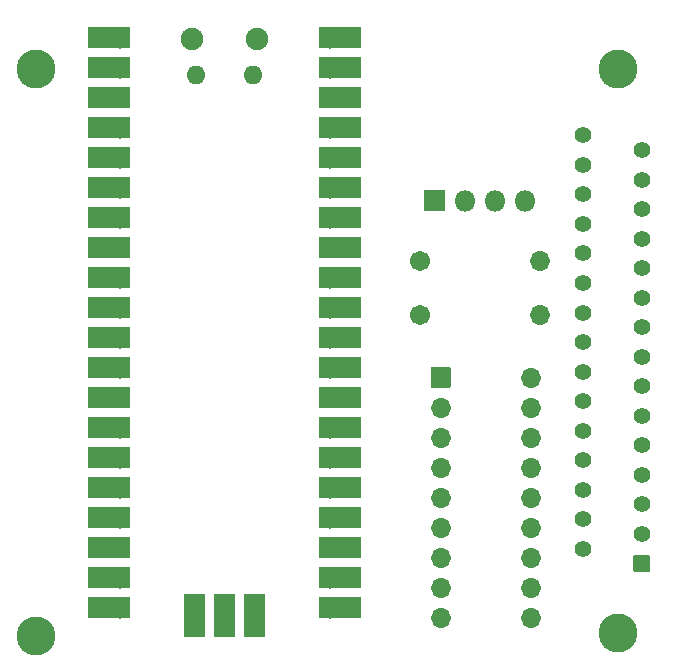
<source format=gbr>
G04 #@! TF.GenerationSoftware,KiCad,Pcbnew,(5.1.10)-1*
G04 #@! TF.CreationDate,2021-07-09T21:47:44+10:00*
G04 #@! TF.ProjectId,A600Keyboard_USB_Pico,41363030-4b65-4796-926f-6172645f5553,rev?*
G04 #@! TF.SameCoordinates,Original*
G04 #@! TF.FileFunction,Soldermask,Top*
G04 #@! TF.FilePolarity,Negative*
%FSLAX46Y46*%
G04 Gerber Fmt 4.6, Leading zero omitted, Abs format (unit mm)*
G04 Created by KiCad (PCBNEW (5.1.10)-1) date 2021-07-09 21:47:44*
%MOMM*%
%LPD*%
G01*
G04 APERTURE LIST*
%ADD10C,3.302000*%
%ADD11O,1.702000X1.702000*%
%ADD12C,1.402000*%
%ADD13O,1.802000X1.802000*%
%ADD14O,1.602000X1.602000*%
%ADD15O,1.902000X1.902000*%
%ADD16C,1.702000*%
G04 APERTURE END LIST*
D10*
X185674000Y-68580000D03*
D11*
X178308000Y-94742000D03*
X170688000Y-115062000D03*
X178308000Y-97282000D03*
X170688000Y-112522000D03*
X178308000Y-99822000D03*
X170688000Y-109982000D03*
X178308000Y-102362000D03*
X170688000Y-107442000D03*
X178308000Y-104902000D03*
X170688000Y-104902000D03*
X178308000Y-107442000D03*
X170688000Y-102362000D03*
X178308000Y-109982000D03*
X170688000Y-99822000D03*
X178308000Y-112522000D03*
X170688000Y-97282000D03*
X178308000Y-115062000D03*
G36*
G01*
X169837000Y-95542000D02*
X169837000Y-93942000D01*
G75*
G02*
X169888000Y-93891000I51000J0D01*
G01*
X171488000Y-93891000D01*
G75*
G02*
X171539000Y-93942000I0J-51000D01*
G01*
X171539000Y-95542000D01*
G75*
G02*
X171488000Y-95593000I-51000J0D01*
G01*
X169888000Y-95593000D01*
G75*
G02*
X169837000Y-95542000I0J51000D01*
G01*
G37*
D12*
X182706000Y-86739999D03*
X187706000Y-87989999D03*
X182706000Y-89239999D03*
X187706000Y-90489999D03*
X182706000Y-91739999D03*
X187706000Y-92989999D03*
X182706000Y-94239999D03*
X187706000Y-95490000D03*
X182706000Y-96740000D03*
X187706000Y-97990000D03*
X182706000Y-99240000D03*
X187706000Y-100490000D03*
X182706000Y-101740000D03*
X187706000Y-102990000D03*
X182706000Y-104240000D03*
X187706000Y-105490000D03*
X182706000Y-106740000D03*
X187706000Y-107990000D03*
X182706000Y-109240000D03*
G36*
G01*
X188356000Y-111191000D02*
X187056000Y-111191000D01*
G75*
G02*
X187005000Y-111140000I0J51000D01*
G01*
X187005000Y-109840000D01*
G75*
G02*
X187056000Y-109789000I51000J0D01*
G01*
X188356000Y-109789000D01*
G75*
G02*
X188407000Y-109840000I0J-51000D01*
G01*
X188407000Y-111140000D01*
G75*
G02*
X188356000Y-111191000I-51000J0D01*
G01*
G37*
X187706000Y-85489999D03*
X182706000Y-84239999D03*
X187706000Y-82989999D03*
X182706000Y-81739999D03*
X187706000Y-80489999D03*
X182706000Y-79239999D03*
X187706000Y-77989999D03*
X182706000Y-76739999D03*
X187706000Y-75489999D03*
X182706000Y-74239999D03*
D10*
X185674000Y-116332000D03*
D13*
X154940000Y-114011000D03*
G36*
G01*
X155790000Y-116712000D02*
X154090000Y-116712000D01*
G75*
G02*
X154039000Y-116661000I0J51000D01*
G01*
X154039000Y-113161000D01*
G75*
G02*
X154090000Y-113110000I51000J0D01*
G01*
X155790000Y-113110000D01*
G75*
G02*
X155841000Y-113161000I0J-51000D01*
G01*
X155841000Y-116661000D01*
G75*
G02*
X155790000Y-116712000I-51000J0D01*
G01*
G37*
G36*
G01*
X151499000Y-114861000D02*
X151499000Y-113161000D01*
G75*
G02*
X151550000Y-113110000I51000J0D01*
G01*
X153250000Y-113110000D01*
G75*
G02*
X153301000Y-113161000I0J-51000D01*
G01*
X153301000Y-114861000D01*
G75*
G02*
X153250000Y-114912000I-51000J0D01*
G01*
X151550000Y-114912000D01*
G75*
G02*
X151499000Y-114861000I0J51000D01*
G01*
G37*
G36*
G01*
X153250000Y-116712000D02*
X151550000Y-116712000D01*
G75*
G02*
X151499000Y-116661000I0J51000D01*
G01*
X151499000Y-113161000D01*
G75*
G02*
X151550000Y-113110000I51000J0D01*
G01*
X153250000Y-113110000D01*
G75*
G02*
X153301000Y-113161000I0J-51000D01*
G01*
X153301000Y-116661000D01*
G75*
G02*
X153250000Y-116712000I-51000J0D01*
G01*
G37*
X149860000Y-114011000D03*
G36*
G01*
X150710000Y-116712000D02*
X149010000Y-116712000D01*
G75*
G02*
X148959000Y-116661000I0J51000D01*
G01*
X148959000Y-113161000D01*
G75*
G02*
X149010000Y-113110000I51000J0D01*
G01*
X150710000Y-113110000D01*
G75*
G02*
X150761000Y-113161000I0J-51000D01*
G01*
X150761000Y-116661000D01*
G75*
G02*
X150710000Y-116712000I-51000J0D01*
G01*
G37*
D14*
X154825000Y-69141000D03*
X149975000Y-69141000D03*
D15*
X155125000Y-66111000D03*
X149675000Y-66111000D03*
G36*
G01*
X160389000Y-115091000D02*
X160389000Y-113391000D01*
G75*
G02*
X160440000Y-113340000I51000J0D01*
G01*
X163940000Y-113340000D01*
G75*
G02*
X163991000Y-113391000I0J-51000D01*
G01*
X163991000Y-115091000D01*
G75*
G02*
X163940000Y-115142000I-51000J0D01*
G01*
X160440000Y-115142000D01*
G75*
G02*
X160389000Y-115091000I0J51000D01*
G01*
G37*
G36*
G01*
X160389000Y-112551000D02*
X160389000Y-110851000D01*
G75*
G02*
X160440000Y-110800000I51000J0D01*
G01*
X163940000Y-110800000D01*
G75*
G02*
X163991000Y-110851000I0J-51000D01*
G01*
X163991000Y-112551000D01*
G75*
G02*
X163940000Y-112602000I-51000J0D01*
G01*
X160440000Y-112602000D01*
G75*
G02*
X160389000Y-112551000I0J51000D01*
G01*
G37*
G36*
G01*
X160389000Y-110011000D02*
X160389000Y-108311000D01*
G75*
G02*
X160440000Y-108260000I51000J0D01*
G01*
X163940000Y-108260000D01*
G75*
G02*
X163991000Y-108311000I0J-51000D01*
G01*
X163991000Y-110011000D01*
G75*
G02*
X163940000Y-110062000I-51000J0D01*
G01*
X160440000Y-110062000D01*
G75*
G02*
X160389000Y-110011000I0J51000D01*
G01*
G37*
G36*
G01*
X160389000Y-107471000D02*
X160389000Y-105771000D01*
G75*
G02*
X160440000Y-105720000I51000J0D01*
G01*
X163940000Y-105720000D01*
G75*
G02*
X163991000Y-105771000I0J-51000D01*
G01*
X163991000Y-107471000D01*
G75*
G02*
X163940000Y-107522000I-51000J0D01*
G01*
X160440000Y-107522000D01*
G75*
G02*
X160389000Y-107471000I0J51000D01*
G01*
G37*
G36*
G01*
X160389000Y-104931000D02*
X160389000Y-103231000D01*
G75*
G02*
X160440000Y-103180000I51000J0D01*
G01*
X163940000Y-103180000D01*
G75*
G02*
X163991000Y-103231000I0J-51000D01*
G01*
X163991000Y-104931000D01*
G75*
G02*
X163940000Y-104982000I-51000J0D01*
G01*
X160440000Y-104982000D01*
G75*
G02*
X160389000Y-104931000I0J51000D01*
G01*
G37*
G36*
G01*
X160389000Y-102391000D02*
X160389000Y-100691000D01*
G75*
G02*
X160440000Y-100640000I51000J0D01*
G01*
X163940000Y-100640000D01*
G75*
G02*
X163991000Y-100691000I0J-51000D01*
G01*
X163991000Y-102391000D01*
G75*
G02*
X163940000Y-102442000I-51000J0D01*
G01*
X160440000Y-102442000D01*
G75*
G02*
X160389000Y-102391000I0J51000D01*
G01*
G37*
G36*
G01*
X160389000Y-99851000D02*
X160389000Y-98151000D01*
G75*
G02*
X160440000Y-98100000I51000J0D01*
G01*
X163940000Y-98100000D01*
G75*
G02*
X163991000Y-98151000I0J-51000D01*
G01*
X163991000Y-99851000D01*
G75*
G02*
X163940000Y-99902000I-51000J0D01*
G01*
X160440000Y-99902000D01*
G75*
G02*
X160389000Y-99851000I0J51000D01*
G01*
G37*
G36*
G01*
X160389000Y-97311000D02*
X160389000Y-95611000D01*
G75*
G02*
X160440000Y-95560000I51000J0D01*
G01*
X163940000Y-95560000D01*
G75*
G02*
X163991000Y-95611000I0J-51000D01*
G01*
X163991000Y-97311000D01*
G75*
G02*
X163940000Y-97362000I-51000J0D01*
G01*
X160440000Y-97362000D01*
G75*
G02*
X160389000Y-97311000I0J51000D01*
G01*
G37*
G36*
G01*
X160389000Y-94771000D02*
X160389000Y-93071000D01*
G75*
G02*
X160440000Y-93020000I51000J0D01*
G01*
X163940000Y-93020000D01*
G75*
G02*
X163991000Y-93071000I0J-51000D01*
G01*
X163991000Y-94771000D01*
G75*
G02*
X163940000Y-94822000I-51000J0D01*
G01*
X160440000Y-94822000D01*
G75*
G02*
X160389000Y-94771000I0J51000D01*
G01*
G37*
G36*
G01*
X160389000Y-92231000D02*
X160389000Y-90531000D01*
G75*
G02*
X160440000Y-90480000I51000J0D01*
G01*
X163940000Y-90480000D01*
G75*
G02*
X163991000Y-90531000I0J-51000D01*
G01*
X163991000Y-92231000D01*
G75*
G02*
X163940000Y-92282000I-51000J0D01*
G01*
X160440000Y-92282000D01*
G75*
G02*
X160389000Y-92231000I0J51000D01*
G01*
G37*
G36*
G01*
X160389000Y-89691000D02*
X160389000Y-87991000D01*
G75*
G02*
X160440000Y-87940000I51000J0D01*
G01*
X163940000Y-87940000D01*
G75*
G02*
X163991000Y-87991000I0J-51000D01*
G01*
X163991000Y-89691000D01*
G75*
G02*
X163940000Y-89742000I-51000J0D01*
G01*
X160440000Y-89742000D01*
G75*
G02*
X160389000Y-89691000I0J51000D01*
G01*
G37*
G36*
G01*
X160389000Y-87151000D02*
X160389000Y-85451000D01*
G75*
G02*
X160440000Y-85400000I51000J0D01*
G01*
X163940000Y-85400000D01*
G75*
G02*
X163991000Y-85451000I0J-51000D01*
G01*
X163991000Y-87151000D01*
G75*
G02*
X163940000Y-87202000I-51000J0D01*
G01*
X160440000Y-87202000D01*
G75*
G02*
X160389000Y-87151000I0J51000D01*
G01*
G37*
G36*
G01*
X160389000Y-84611000D02*
X160389000Y-82911000D01*
G75*
G02*
X160440000Y-82860000I51000J0D01*
G01*
X163940000Y-82860000D01*
G75*
G02*
X163991000Y-82911000I0J-51000D01*
G01*
X163991000Y-84611000D01*
G75*
G02*
X163940000Y-84662000I-51000J0D01*
G01*
X160440000Y-84662000D01*
G75*
G02*
X160389000Y-84611000I0J51000D01*
G01*
G37*
G36*
G01*
X160389000Y-82071000D02*
X160389000Y-80371000D01*
G75*
G02*
X160440000Y-80320000I51000J0D01*
G01*
X163940000Y-80320000D01*
G75*
G02*
X163991000Y-80371000I0J-51000D01*
G01*
X163991000Y-82071000D01*
G75*
G02*
X163940000Y-82122000I-51000J0D01*
G01*
X160440000Y-82122000D01*
G75*
G02*
X160389000Y-82071000I0J51000D01*
G01*
G37*
G36*
G01*
X160389000Y-79531000D02*
X160389000Y-77831000D01*
G75*
G02*
X160440000Y-77780000I51000J0D01*
G01*
X163940000Y-77780000D01*
G75*
G02*
X163991000Y-77831000I0J-51000D01*
G01*
X163991000Y-79531000D01*
G75*
G02*
X163940000Y-79582000I-51000J0D01*
G01*
X160440000Y-79582000D01*
G75*
G02*
X160389000Y-79531000I0J51000D01*
G01*
G37*
G36*
G01*
X160389000Y-76991000D02*
X160389000Y-75291000D01*
G75*
G02*
X160440000Y-75240000I51000J0D01*
G01*
X163940000Y-75240000D01*
G75*
G02*
X163991000Y-75291000I0J-51000D01*
G01*
X163991000Y-76991000D01*
G75*
G02*
X163940000Y-77042000I-51000J0D01*
G01*
X160440000Y-77042000D01*
G75*
G02*
X160389000Y-76991000I0J51000D01*
G01*
G37*
G36*
G01*
X160389000Y-74451000D02*
X160389000Y-72751000D01*
G75*
G02*
X160440000Y-72700000I51000J0D01*
G01*
X163940000Y-72700000D01*
G75*
G02*
X163991000Y-72751000I0J-51000D01*
G01*
X163991000Y-74451000D01*
G75*
G02*
X163940000Y-74502000I-51000J0D01*
G01*
X160440000Y-74502000D01*
G75*
G02*
X160389000Y-74451000I0J51000D01*
G01*
G37*
G36*
G01*
X160389000Y-71911000D02*
X160389000Y-70211000D01*
G75*
G02*
X160440000Y-70160000I51000J0D01*
G01*
X163940000Y-70160000D01*
G75*
G02*
X163991000Y-70211000I0J-51000D01*
G01*
X163991000Y-71911000D01*
G75*
G02*
X163940000Y-71962000I-51000J0D01*
G01*
X160440000Y-71962000D01*
G75*
G02*
X160389000Y-71911000I0J51000D01*
G01*
G37*
G36*
G01*
X160389000Y-69371000D02*
X160389000Y-67671000D01*
G75*
G02*
X160440000Y-67620000I51000J0D01*
G01*
X163940000Y-67620000D01*
G75*
G02*
X163991000Y-67671000I0J-51000D01*
G01*
X163991000Y-69371000D01*
G75*
G02*
X163940000Y-69422000I-51000J0D01*
G01*
X160440000Y-69422000D01*
G75*
G02*
X160389000Y-69371000I0J51000D01*
G01*
G37*
G36*
G01*
X160389000Y-66831000D02*
X160389000Y-65131000D01*
G75*
G02*
X160440000Y-65080000I51000J0D01*
G01*
X163940000Y-65080000D01*
G75*
G02*
X163991000Y-65131000I0J-51000D01*
G01*
X163991000Y-66831000D01*
G75*
G02*
X163940000Y-66882000I-51000J0D01*
G01*
X160440000Y-66882000D01*
G75*
G02*
X160389000Y-66831000I0J51000D01*
G01*
G37*
G36*
G01*
X140809000Y-115091000D02*
X140809000Y-113391000D01*
G75*
G02*
X140860000Y-113340000I51000J0D01*
G01*
X144360000Y-113340000D01*
G75*
G02*
X144411000Y-113391000I0J-51000D01*
G01*
X144411000Y-115091000D01*
G75*
G02*
X144360000Y-115142000I-51000J0D01*
G01*
X140860000Y-115142000D01*
G75*
G02*
X140809000Y-115091000I0J51000D01*
G01*
G37*
G36*
G01*
X140809000Y-112551000D02*
X140809000Y-110851000D01*
G75*
G02*
X140860000Y-110800000I51000J0D01*
G01*
X144360000Y-110800000D01*
G75*
G02*
X144411000Y-110851000I0J-51000D01*
G01*
X144411000Y-112551000D01*
G75*
G02*
X144360000Y-112602000I-51000J0D01*
G01*
X140860000Y-112602000D01*
G75*
G02*
X140809000Y-112551000I0J51000D01*
G01*
G37*
G36*
G01*
X140809000Y-110011000D02*
X140809000Y-108311000D01*
G75*
G02*
X140860000Y-108260000I51000J0D01*
G01*
X144360000Y-108260000D01*
G75*
G02*
X144411000Y-108311000I0J-51000D01*
G01*
X144411000Y-110011000D01*
G75*
G02*
X144360000Y-110062000I-51000J0D01*
G01*
X140860000Y-110062000D01*
G75*
G02*
X140809000Y-110011000I0J51000D01*
G01*
G37*
G36*
G01*
X140809000Y-107471000D02*
X140809000Y-105771000D01*
G75*
G02*
X140860000Y-105720000I51000J0D01*
G01*
X144360000Y-105720000D01*
G75*
G02*
X144411000Y-105771000I0J-51000D01*
G01*
X144411000Y-107471000D01*
G75*
G02*
X144360000Y-107522000I-51000J0D01*
G01*
X140860000Y-107522000D01*
G75*
G02*
X140809000Y-107471000I0J51000D01*
G01*
G37*
G36*
G01*
X140809000Y-104931000D02*
X140809000Y-103231000D01*
G75*
G02*
X140860000Y-103180000I51000J0D01*
G01*
X144360000Y-103180000D01*
G75*
G02*
X144411000Y-103231000I0J-51000D01*
G01*
X144411000Y-104931000D01*
G75*
G02*
X144360000Y-104982000I-51000J0D01*
G01*
X140860000Y-104982000D01*
G75*
G02*
X140809000Y-104931000I0J51000D01*
G01*
G37*
G36*
G01*
X140809000Y-102391000D02*
X140809000Y-100691000D01*
G75*
G02*
X140860000Y-100640000I51000J0D01*
G01*
X144360000Y-100640000D01*
G75*
G02*
X144411000Y-100691000I0J-51000D01*
G01*
X144411000Y-102391000D01*
G75*
G02*
X144360000Y-102442000I-51000J0D01*
G01*
X140860000Y-102442000D01*
G75*
G02*
X140809000Y-102391000I0J51000D01*
G01*
G37*
G36*
G01*
X140809000Y-99851000D02*
X140809000Y-98151000D01*
G75*
G02*
X140860000Y-98100000I51000J0D01*
G01*
X144360000Y-98100000D01*
G75*
G02*
X144411000Y-98151000I0J-51000D01*
G01*
X144411000Y-99851000D01*
G75*
G02*
X144360000Y-99902000I-51000J0D01*
G01*
X140860000Y-99902000D01*
G75*
G02*
X140809000Y-99851000I0J51000D01*
G01*
G37*
G36*
G01*
X140809000Y-97311000D02*
X140809000Y-95611000D01*
G75*
G02*
X140860000Y-95560000I51000J0D01*
G01*
X144360000Y-95560000D01*
G75*
G02*
X144411000Y-95611000I0J-51000D01*
G01*
X144411000Y-97311000D01*
G75*
G02*
X144360000Y-97362000I-51000J0D01*
G01*
X140860000Y-97362000D01*
G75*
G02*
X140809000Y-97311000I0J51000D01*
G01*
G37*
G36*
G01*
X140809000Y-94771000D02*
X140809000Y-93071000D01*
G75*
G02*
X140860000Y-93020000I51000J0D01*
G01*
X144360000Y-93020000D01*
G75*
G02*
X144411000Y-93071000I0J-51000D01*
G01*
X144411000Y-94771000D01*
G75*
G02*
X144360000Y-94822000I-51000J0D01*
G01*
X140860000Y-94822000D01*
G75*
G02*
X140809000Y-94771000I0J51000D01*
G01*
G37*
G36*
G01*
X140809000Y-92231000D02*
X140809000Y-90531000D01*
G75*
G02*
X140860000Y-90480000I51000J0D01*
G01*
X144360000Y-90480000D01*
G75*
G02*
X144411000Y-90531000I0J-51000D01*
G01*
X144411000Y-92231000D01*
G75*
G02*
X144360000Y-92282000I-51000J0D01*
G01*
X140860000Y-92282000D01*
G75*
G02*
X140809000Y-92231000I0J51000D01*
G01*
G37*
G36*
G01*
X140809000Y-89691000D02*
X140809000Y-87991000D01*
G75*
G02*
X140860000Y-87940000I51000J0D01*
G01*
X144360000Y-87940000D01*
G75*
G02*
X144411000Y-87991000I0J-51000D01*
G01*
X144411000Y-89691000D01*
G75*
G02*
X144360000Y-89742000I-51000J0D01*
G01*
X140860000Y-89742000D01*
G75*
G02*
X140809000Y-89691000I0J51000D01*
G01*
G37*
G36*
G01*
X140809000Y-87151000D02*
X140809000Y-85451000D01*
G75*
G02*
X140860000Y-85400000I51000J0D01*
G01*
X144360000Y-85400000D01*
G75*
G02*
X144411000Y-85451000I0J-51000D01*
G01*
X144411000Y-87151000D01*
G75*
G02*
X144360000Y-87202000I-51000J0D01*
G01*
X140860000Y-87202000D01*
G75*
G02*
X140809000Y-87151000I0J51000D01*
G01*
G37*
G36*
G01*
X140809000Y-84611000D02*
X140809000Y-82911000D01*
G75*
G02*
X140860000Y-82860000I51000J0D01*
G01*
X144360000Y-82860000D01*
G75*
G02*
X144411000Y-82911000I0J-51000D01*
G01*
X144411000Y-84611000D01*
G75*
G02*
X144360000Y-84662000I-51000J0D01*
G01*
X140860000Y-84662000D01*
G75*
G02*
X140809000Y-84611000I0J51000D01*
G01*
G37*
G36*
G01*
X140809000Y-82071000D02*
X140809000Y-80371000D01*
G75*
G02*
X140860000Y-80320000I51000J0D01*
G01*
X144360000Y-80320000D01*
G75*
G02*
X144411000Y-80371000I0J-51000D01*
G01*
X144411000Y-82071000D01*
G75*
G02*
X144360000Y-82122000I-51000J0D01*
G01*
X140860000Y-82122000D01*
G75*
G02*
X140809000Y-82071000I0J51000D01*
G01*
G37*
G36*
G01*
X140809000Y-79531000D02*
X140809000Y-77831000D01*
G75*
G02*
X140860000Y-77780000I51000J0D01*
G01*
X144360000Y-77780000D01*
G75*
G02*
X144411000Y-77831000I0J-51000D01*
G01*
X144411000Y-79531000D01*
G75*
G02*
X144360000Y-79582000I-51000J0D01*
G01*
X140860000Y-79582000D01*
G75*
G02*
X140809000Y-79531000I0J51000D01*
G01*
G37*
G36*
G01*
X140809000Y-76991000D02*
X140809000Y-75291000D01*
G75*
G02*
X140860000Y-75240000I51000J0D01*
G01*
X144360000Y-75240000D01*
G75*
G02*
X144411000Y-75291000I0J-51000D01*
G01*
X144411000Y-76991000D01*
G75*
G02*
X144360000Y-77042000I-51000J0D01*
G01*
X140860000Y-77042000D01*
G75*
G02*
X140809000Y-76991000I0J51000D01*
G01*
G37*
G36*
G01*
X140809000Y-74451000D02*
X140809000Y-72751000D01*
G75*
G02*
X140860000Y-72700000I51000J0D01*
G01*
X144360000Y-72700000D01*
G75*
G02*
X144411000Y-72751000I0J-51000D01*
G01*
X144411000Y-74451000D01*
G75*
G02*
X144360000Y-74502000I-51000J0D01*
G01*
X140860000Y-74502000D01*
G75*
G02*
X140809000Y-74451000I0J51000D01*
G01*
G37*
G36*
G01*
X140809000Y-71911000D02*
X140809000Y-70211000D01*
G75*
G02*
X140860000Y-70160000I51000J0D01*
G01*
X144360000Y-70160000D01*
G75*
G02*
X144411000Y-70211000I0J-51000D01*
G01*
X144411000Y-71911000D01*
G75*
G02*
X144360000Y-71962000I-51000J0D01*
G01*
X140860000Y-71962000D01*
G75*
G02*
X140809000Y-71911000I0J51000D01*
G01*
G37*
G36*
G01*
X140809000Y-69371000D02*
X140809000Y-67671000D01*
G75*
G02*
X140860000Y-67620000I51000J0D01*
G01*
X144360000Y-67620000D01*
G75*
G02*
X144411000Y-67671000I0J-51000D01*
G01*
X144411000Y-69371000D01*
G75*
G02*
X144360000Y-69422000I-51000J0D01*
G01*
X140860000Y-69422000D01*
G75*
G02*
X140809000Y-69371000I0J51000D01*
G01*
G37*
G36*
G01*
X140809000Y-66831000D02*
X140809000Y-65131000D01*
G75*
G02*
X140860000Y-65080000I51000J0D01*
G01*
X144360000Y-65080000D01*
G75*
G02*
X144411000Y-65131000I0J-51000D01*
G01*
X144411000Y-66831000D01*
G75*
G02*
X144360000Y-66882000I-51000J0D01*
G01*
X140860000Y-66882000D01*
G75*
G02*
X140809000Y-66831000I0J51000D01*
G01*
G37*
D13*
X161290000Y-65981000D03*
X161290000Y-68521000D03*
G36*
G01*
X160389000Y-71911000D02*
X160389000Y-70211000D01*
G75*
G02*
X160440000Y-70160000I51000J0D01*
G01*
X162140000Y-70160000D01*
G75*
G02*
X162191000Y-70211000I0J-51000D01*
G01*
X162191000Y-71911000D01*
G75*
G02*
X162140000Y-71962000I-51000J0D01*
G01*
X160440000Y-71962000D01*
G75*
G02*
X160389000Y-71911000I0J51000D01*
G01*
G37*
X161290000Y-73601000D03*
X161290000Y-76141000D03*
X161290000Y-78681000D03*
X161290000Y-81221000D03*
G36*
G01*
X160389000Y-84611000D02*
X160389000Y-82911000D01*
G75*
G02*
X160440000Y-82860000I51000J0D01*
G01*
X162140000Y-82860000D01*
G75*
G02*
X162191000Y-82911000I0J-51000D01*
G01*
X162191000Y-84611000D01*
G75*
G02*
X162140000Y-84662000I-51000J0D01*
G01*
X160440000Y-84662000D01*
G75*
G02*
X160389000Y-84611000I0J51000D01*
G01*
G37*
X161290000Y-86301000D03*
X161290000Y-88841000D03*
X161290000Y-91381000D03*
X161290000Y-93921000D03*
G36*
G01*
X160389000Y-97311000D02*
X160389000Y-95611000D01*
G75*
G02*
X160440000Y-95560000I51000J0D01*
G01*
X162140000Y-95560000D01*
G75*
G02*
X162191000Y-95611000I0J-51000D01*
G01*
X162191000Y-97311000D01*
G75*
G02*
X162140000Y-97362000I-51000J0D01*
G01*
X160440000Y-97362000D01*
G75*
G02*
X160389000Y-97311000I0J51000D01*
G01*
G37*
X161290000Y-99001000D03*
X161290000Y-101541000D03*
X161290000Y-104081000D03*
X161290000Y-106621000D03*
G36*
G01*
X160389000Y-110011000D02*
X160389000Y-108311000D01*
G75*
G02*
X160440000Y-108260000I51000J0D01*
G01*
X162140000Y-108260000D01*
G75*
G02*
X162191000Y-108311000I0J-51000D01*
G01*
X162191000Y-110011000D01*
G75*
G02*
X162140000Y-110062000I-51000J0D01*
G01*
X160440000Y-110062000D01*
G75*
G02*
X160389000Y-110011000I0J51000D01*
G01*
G37*
X161290000Y-111701000D03*
X161290000Y-114241000D03*
X143510000Y-114241000D03*
X143510000Y-111701000D03*
G36*
G01*
X142609000Y-110011000D02*
X142609000Y-108311000D01*
G75*
G02*
X142660000Y-108260000I51000J0D01*
G01*
X144360000Y-108260000D01*
G75*
G02*
X144411000Y-108311000I0J-51000D01*
G01*
X144411000Y-110011000D01*
G75*
G02*
X144360000Y-110062000I-51000J0D01*
G01*
X142660000Y-110062000D01*
G75*
G02*
X142609000Y-110011000I0J51000D01*
G01*
G37*
X143510000Y-106621000D03*
X143510000Y-104081000D03*
X143510000Y-101541000D03*
X143510000Y-99001000D03*
G36*
G01*
X142609000Y-97311000D02*
X142609000Y-95611000D01*
G75*
G02*
X142660000Y-95560000I51000J0D01*
G01*
X144360000Y-95560000D01*
G75*
G02*
X144411000Y-95611000I0J-51000D01*
G01*
X144411000Y-97311000D01*
G75*
G02*
X144360000Y-97362000I-51000J0D01*
G01*
X142660000Y-97362000D01*
G75*
G02*
X142609000Y-97311000I0J51000D01*
G01*
G37*
X143510000Y-93921000D03*
X143510000Y-91381000D03*
X143510000Y-88841000D03*
X143510000Y-86301000D03*
G36*
G01*
X142609000Y-84611000D02*
X142609000Y-82911000D01*
G75*
G02*
X142660000Y-82860000I51000J0D01*
G01*
X144360000Y-82860000D01*
G75*
G02*
X144411000Y-82911000I0J-51000D01*
G01*
X144411000Y-84611000D01*
G75*
G02*
X144360000Y-84662000I-51000J0D01*
G01*
X142660000Y-84662000D01*
G75*
G02*
X142609000Y-84611000I0J51000D01*
G01*
G37*
X143510000Y-81221000D03*
X143510000Y-78681000D03*
X143510000Y-76141000D03*
X143510000Y-73601000D03*
G36*
G01*
X142609000Y-71911000D02*
X142609000Y-70211000D01*
G75*
G02*
X142660000Y-70160000I51000J0D01*
G01*
X144360000Y-70160000D01*
G75*
G02*
X144411000Y-70211000I0J-51000D01*
G01*
X144411000Y-71911000D01*
G75*
G02*
X144360000Y-71962000I-51000J0D01*
G01*
X142660000Y-71962000D01*
G75*
G02*
X142609000Y-71911000I0J51000D01*
G01*
G37*
X143510000Y-68521000D03*
X143510000Y-65981000D03*
D11*
X179070000Y-84836000D03*
D16*
X168910000Y-84836000D03*
D11*
X179070000Y-89408000D03*
D16*
X168910000Y-89408000D03*
D10*
X136398000Y-68580000D03*
X136398000Y-116586000D03*
D13*
X177800000Y-79756000D03*
X175260000Y-79756000D03*
X172720000Y-79756000D03*
G36*
G01*
X171030000Y-80657000D02*
X169330000Y-80657000D01*
G75*
G02*
X169279000Y-80606000I0J51000D01*
G01*
X169279000Y-78906000D01*
G75*
G02*
X169330000Y-78855000I51000J0D01*
G01*
X171030000Y-78855000D01*
G75*
G02*
X171081000Y-78906000I0J-51000D01*
G01*
X171081000Y-80606000D01*
G75*
G02*
X171030000Y-80657000I-51000J0D01*
G01*
G37*
M02*

</source>
